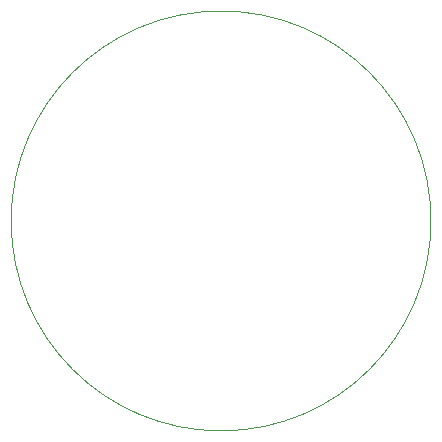
<source format=gbr>
%TF.GenerationSoftware,KiCad,Pcbnew,(6.0.4)*%
%TF.CreationDate,2023-07-07T20:02:52-04:00*%
%TF.ProjectId,Rotary Switch Board,526f7461-7279-4205-9377-697463682042,rev?*%
%TF.SameCoordinates,Original*%
%TF.FileFunction,Profile,NP*%
%FSLAX46Y46*%
G04 Gerber Fmt 4.6, Leading zero omitted, Abs format (unit mm)*
G04 Created by KiCad (PCBNEW (6.0.4)) date 2023-07-07 20:02:52*
%MOMM*%
%LPD*%
G01*
G04 APERTURE LIST*
%TA.AperFunction,Profile*%
%ADD10C,0.100000*%
%TD*%
G04 APERTURE END LIST*
D10*
X157264617Y-110480000D02*
G75*
G03*
X157264617Y-110480000I-17774617J0D01*
G01*
M02*

</source>
